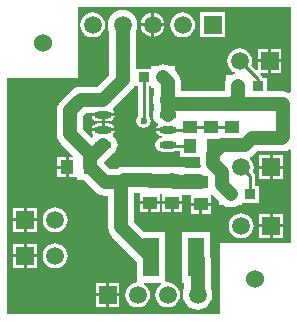
<source format=gbl>
G04 Layer_Physical_Order=2*
G04 Layer_Color=16711680*
%FSLAX25Y25*%
%MOIN*%
G70*
G01*
G75*
%ADD12C,0.01000*%
%ADD13C,0.04724*%
%ADD14C,0.05905*%
%ADD15R,0.05905X0.05905*%
%ADD16C,0.06000*%
%ADD17C,0.02362*%
%ADD18R,0.03799X0.03347*%
%ADD19R,0.04488X0.04724*%
%ADD20R,0.05512X0.12992*%
%ADD21R,0.04724X0.04488*%
%ADD22O,0.05709X0.02362*%
G36*
X94488Y74132D02*
X93988Y73864D01*
X93130Y74219D01*
X92000Y74368D01*
X86577D01*
Y78854D01*
X85140D01*
X85080Y79160D01*
X84708Y79716D01*
X84339Y80085D01*
X84530Y80547D01*
X87000D01*
Y84000D01*
X83547D01*
Y81530D01*
X83085Y81339D01*
X81374Y83050D01*
X81527Y83421D01*
X81669Y84500D01*
X81527Y85579D01*
X81111Y86585D01*
X80448Y87448D01*
X79585Y88111D01*
X78579Y88527D01*
X77500Y88670D01*
X76421Y88527D01*
X75415Y88111D01*
X74552Y87448D01*
X73889Y86585D01*
X73473Y85579D01*
X73330Y84500D01*
X73473Y83421D01*
X73889Y82415D01*
X74552Y81552D01*
X75415Y80889D01*
X75828Y80718D01*
X75853Y80417D01*
X75798Y80190D01*
X74816Y79783D01*
X74632Y79642D01*
X73132D01*
Y77978D01*
X72781Y77131D01*
X72632Y76000D01*
Y74368D01*
X57868D01*
Y77500D01*
X57719Y78631D01*
X57283Y79684D01*
X56589Y80589D01*
X55868Y81309D01*
Y82642D01*
X54368D01*
X54184Y82783D01*
X53131Y83219D01*
X52000Y83368D01*
X50870Y83219D01*
X49816Y82783D01*
X49632Y82642D01*
X48132D01*
Y81854D01*
X42868D01*
Y94186D01*
X43295Y95215D01*
X43464Y96500D01*
X43295Y97785D01*
X42799Y98982D01*
X42010Y100010D01*
X40982Y100799D01*
X39785Y101295D01*
X38500Y101464D01*
X37215Y101295D01*
X36018Y100799D01*
X34990Y100010D01*
X34201Y98982D01*
X33705Y97785D01*
X33536Y96500D01*
X33705Y95215D01*
X34132Y94186D01*
Y79766D01*
X30234Y75868D01*
X24500D01*
X23370Y75719D01*
X22316Y75283D01*
X21411Y74589D01*
X17911Y71089D01*
X17217Y70184D01*
X16781Y69130D01*
X16632Y68000D01*
Y60000D01*
X16781Y58869D01*
X17217Y57816D01*
X17911Y56911D01*
X21998Y52824D01*
X21807Y52362D01*
X20500D01*
Y49000D01*
Y45638D01*
X23244D01*
X23307Y45164D01*
Y44669D01*
X25673D01*
X29470Y40872D01*
X30375Y40178D01*
X31429Y39741D01*
X32559Y39593D01*
X33671D01*
Y29000D01*
X33820Y27869D01*
X34257Y26816D01*
X34951Y25911D01*
X43315Y17547D01*
Y10645D01*
X42421Y10527D01*
X41415Y10111D01*
X40552Y9448D01*
X39889Y8585D01*
X39473Y7579D01*
X39331Y6500D01*
X39473Y5421D01*
X39889Y4415D01*
X40552Y3552D01*
X41415Y2889D01*
X42421Y2473D01*
X43500Y2331D01*
X44579Y2473D01*
X45585Y2889D01*
X46448Y3552D01*
X47111Y4415D01*
X47527Y5421D01*
X47670Y6500D01*
X47527Y7579D01*
X47111Y8585D01*
X46448Y9448D01*
X45683Y10035D01*
X45768Y10451D01*
X45814Y10535D01*
X51187D01*
X51232Y10451D01*
X51317Y10035D01*
X50552Y9448D01*
X49889Y8585D01*
X49473Y7579D01*
X49330Y6500D01*
X49473Y5421D01*
X49889Y4415D01*
X50552Y3552D01*
X51415Y2889D01*
X52421Y2473D01*
X53500Y2331D01*
X54579Y2473D01*
X55585Y2889D01*
X56448Y3552D01*
X57111Y4415D01*
X57527Y5421D01*
X57670Y6500D01*
X57527Y7579D01*
X57111Y8585D01*
X56448Y9448D01*
X55585Y10111D01*
X54579Y10527D01*
X53500Y10669D01*
X53140Y10622D01*
X52764Y10952D01*
Y27465D01*
X45752D01*
X42407Y30809D01*
Y40392D01*
X44138D01*
Y37740D01*
X50862D01*
Y40152D01*
X51638D01*
Y37740D01*
X58362D01*
Y39892D01*
X61138D01*
Y37240D01*
X67862D01*
Y39935D01*
X68362Y39980D01*
X68413Y39913D01*
X70636Y37691D01*
Y36358D01*
X72136D01*
X72320Y36217D01*
X73373Y35781D01*
X74504Y35632D01*
X75634Y35781D01*
X76688Y36217D01*
X76872Y36358D01*
X78372D01*
Y37146D01*
X84081D01*
Y42854D01*
X82714D01*
Y46000D01*
X82584Y46656D01*
X82212Y47212D01*
X81874Y47550D01*
X82027Y47921D01*
X82170Y49000D01*
X82027Y50079D01*
X81611Y51085D01*
X81037Y51832D01*
X81095Y52397D01*
X81554Y52587D01*
X82459Y53281D01*
X83511Y54334D01*
X91702D01*
X92832Y54483D01*
X93886Y54919D01*
X94040Y55037D01*
X94488Y54816D01*
Y23622D01*
X70866D01*
Y0D01*
X0D01*
Y78740D01*
X23622D01*
Y102362D01*
X94488D01*
Y74132D01*
D02*
G37*
G36*
X48132Y75358D02*
X49132D01*
Y73162D01*
X49076Y73088D01*
X48758Y72322D01*
X48650Y71500D01*
X48758Y70678D01*
X49076Y69912D01*
X49132Y69838D01*
Y68162D01*
X49076Y68088D01*
X48758Y67322D01*
X48650Y66500D01*
X48758Y65678D01*
X49076Y64912D01*
X49580Y64254D01*
X50029Y63909D01*
X50225Y63654D01*
X50254Y63073D01*
X49772Y62351D01*
X49702Y62000D01*
X53500D01*
Y61000D01*
X49702D01*
X49772Y60649D01*
X50254Y59927D01*
X50976Y59446D01*
X51470Y59347D01*
Y58837D01*
X50905Y58725D01*
X50124Y58203D01*
X49602Y57422D01*
X49418Y56500D01*
X49602Y55578D01*
X50124Y54797D01*
X50905Y54275D01*
X51827Y54092D01*
X55173D01*
X56095Y54275D01*
X56112Y54286D01*
X57575D01*
Y52457D01*
X64307D01*
Y51669D01*
X64392D01*
Y50110D01*
X64495Y49327D01*
X64065Y48879D01*
X64000Y48888D01*
X59500D01*
X59437Y48879D01*
X59331Y48972D01*
Y48972D01*
X56147D01*
X56130Y48979D01*
X55000Y49128D01*
X53869Y48979D01*
X53853Y48972D01*
X48647D01*
X48630Y48979D01*
X47500Y49128D01*
X38839D01*
X37708Y48979D01*
X36655Y48543D01*
X36376Y48329D01*
X34368D01*
X32209Y50488D01*
X35132Y53411D01*
X35514Y53909D01*
X35963Y54254D01*
X36468Y54912D01*
X36785Y55678D01*
X36893Y56500D01*
X36785Y57322D01*
X36468Y58088D01*
X35963Y58746D01*
X35514Y59091D01*
X35318Y59346D01*
X35289Y59927D01*
X35771Y60649D01*
X35841Y61000D01*
X32043D01*
X28246D01*
X28315Y60649D01*
X28798Y59927D01*
X28734Y59368D01*
X28272Y58906D01*
X25368Y61809D01*
Y66191D01*
X26309Y67132D01*
X27878D01*
X27986Y67000D01*
X32043D01*
X35841D01*
X35771Y67351D01*
X35289Y68072D01*
X35352Y68632D01*
X41589Y74868D01*
X42283Y75773D01*
X42437Y76146D01*
X43786D01*
Y66187D01*
X43275Y65422D01*
X43091Y64500D01*
X43275Y63578D01*
X43797Y62797D01*
X44578Y62275D01*
X45500Y62091D01*
X46422Y62275D01*
X47203Y62797D01*
X47725Y63578D01*
X47908Y64500D01*
X47725Y65422D01*
X47214Y66187D01*
Y76146D01*
X48132D01*
Y75358D01*
D02*
G37*
%LPC*%
G36*
X5500Y31000D02*
X2047D01*
Y27547D01*
X5500D01*
Y31000D01*
D02*
G37*
G36*
X9953D02*
X6500D01*
Y27547D01*
X9953D01*
Y31000D01*
D02*
G37*
G36*
X91953Y29000D02*
X88500D01*
Y25547D01*
X91953D01*
Y29000D01*
D02*
G37*
G36*
X16000Y35669D02*
X14921Y35527D01*
X13915Y35111D01*
X13052Y34448D01*
X12389Y33585D01*
X11972Y32579D01*
X11830Y31500D01*
X11972Y30421D01*
X12389Y29415D01*
X13052Y28552D01*
X13915Y27889D01*
X14921Y27473D01*
X16000Y27330D01*
X17079Y27473D01*
X18085Y27889D01*
X18948Y28552D01*
X19611Y29415D01*
X20027Y30421D01*
X20169Y31500D01*
X20027Y32579D01*
X19611Y33585D01*
X18948Y34448D01*
X18085Y35111D01*
X17079Y35527D01*
X16000Y35669D01*
D02*
G37*
G36*
X87500Y33453D02*
X84047D01*
Y30000D01*
X87500D01*
Y33453D01*
D02*
G37*
G36*
X64000Y36240D02*
X61138D01*
Y33496D01*
X64000D01*
Y36240D01*
D02*
G37*
G36*
X67862D02*
X65000D01*
Y33496D01*
X67862D01*
Y36240D01*
D02*
G37*
G36*
X47000Y36740D02*
X44138D01*
Y33996D01*
X47000D01*
Y36740D01*
D02*
G37*
G36*
X91953Y33453D02*
X88500D01*
Y30000D01*
X91953D01*
Y33453D01*
D02*
G37*
G36*
X5500Y35453D02*
X2047D01*
Y32000D01*
X5500D01*
Y35453D01*
D02*
G37*
G36*
X9953D02*
X6500D01*
Y32000D01*
X9953D01*
Y35453D01*
D02*
G37*
G36*
X33000Y10453D02*
X29547D01*
Y7000D01*
X33000D01*
Y10453D01*
D02*
G37*
G36*
X37453D02*
X34000D01*
Y7000D01*
X37453D01*
Y10453D01*
D02*
G37*
G36*
X16000Y23670D02*
X14921Y23527D01*
X13915Y23111D01*
X13052Y22448D01*
X12389Y21585D01*
X11972Y20579D01*
X11830Y19500D01*
X11972Y18421D01*
X12389Y17415D01*
X13052Y16552D01*
X13915Y15889D01*
X14921Y15473D01*
X16000Y15330D01*
X17079Y15473D01*
X18085Y15889D01*
X18948Y16552D01*
X19611Y17415D01*
X20027Y18421D01*
X20169Y19500D01*
X20027Y20579D01*
X19611Y21585D01*
X18948Y22448D01*
X18085Y23111D01*
X17079Y23527D01*
X16000Y23670D01*
D02*
G37*
G36*
X67724Y27465D02*
X58276D01*
Y10535D01*
X59132D01*
Y8814D01*
X58705Y7785D01*
X58536Y6500D01*
X58705Y5215D01*
X59201Y4018D01*
X59990Y2990D01*
X61018Y2201D01*
X62215Y1705D01*
X63500Y1536D01*
X64785Y1705D01*
X65982Y2201D01*
X67010Y2990D01*
X67799Y4018D01*
X68295Y5215D01*
X68464Y6500D01*
X68295Y7785D01*
X67868Y8814D01*
Y18500D01*
X67724Y19591D01*
Y27465D01*
D02*
G37*
G36*
X33000Y6000D02*
X29547D01*
Y2547D01*
X33000D01*
Y6000D01*
D02*
G37*
G36*
X37453D02*
X34000D01*
Y2547D01*
X37453D01*
Y6000D01*
D02*
G37*
G36*
X9953Y23453D02*
X6500D01*
Y20000D01*
X9953D01*
Y23453D01*
D02*
G37*
G36*
X78000Y33669D02*
X76921Y33527D01*
X75915Y33111D01*
X75052Y32448D01*
X74389Y31585D01*
X73973Y30579D01*
X73830Y29500D01*
X73973Y28421D01*
X74389Y27415D01*
X75052Y26552D01*
X75915Y25889D01*
X76921Y25473D01*
X78000Y25330D01*
X79079Y25473D01*
X80085Y25889D01*
X80948Y26552D01*
X81611Y27415D01*
X82027Y28421D01*
X82170Y29500D01*
X82027Y30579D01*
X81611Y31585D01*
X80948Y32448D01*
X80085Y33111D01*
X79079Y33527D01*
X78000Y33669D01*
D02*
G37*
G36*
X87500Y29000D02*
X84047D01*
Y25547D01*
X87500D01*
Y29000D01*
D02*
G37*
G36*
X5500Y19000D02*
X2047D01*
Y15547D01*
X5500D01*
Y19000D01*
D02*
G37*
G36*
X9953D02*
X6500D01*
Y15547D01*
X9953D01*
Y19000D01*
D02*
G37*
G36*
X5500Y23453D02*
X2047D01*
Y20000D01*
X5500D01*
Y23453D01*
D02*
G37*
G36*
X91453Y88453D02*
X88000D01*
Y85000D01*
X91453D01*
Y88453D01*
D02*
G37*
G36*
X28500Y100670D02*
X27421Y100527D01*
X26415Y100111D01*
X25552Y99448D01*
X24889Y98585D01*
X24473Y97579D01*
X24330Y96500D01*
X24473Y95421D01*
X24889Y94415D01*
X25552Y93552D01*
X26415Y92889D01*
X27421Y92473D01*
X28500Y92330D01*
X29579Y92473D01*
X30585Y92889D01*
X31448Y93552D01*
X32111Y94415D01*
X32527Y95421D01*
X32669Y96500D01*
X32527Y97579D01*
X32111Y98585D01*
X31448Y99448D01*
X30585Y100111D01*
X29579Y100527D01*
X28500Y100670D01*
D02*
G37*
G36*
X87000Y88453D02*
X83547D01*
Y85000D01*
X87000D01*
Y88453D01*
D02*
G37*
G36*
X91453Y84000D02*
X88000D01*
Y80547D01*
X91453D01*
Y84000D01*
D02*
G37*
G36*
X58500Y100670D02*
X57421Y100527D01*
X56415Y100111D01*
X55552Y99448D01*
X54889Y98585D01*
X54473Y97579D01*
X54330Y96500D01*
X54473Y95421D01*
X54889Y94415D01*
X55552Y93552D01*
X56415Y92889D01*
X57421Y92473D01*
X58500Y92330D01*
X59579Y92473D01*
X60585Y92889D01*
X61448Y93552D01*
X62111Y94415D01*
X62527Y95421D01*
X62669Y96500D01*
X62527Y97579D01*
X62111Y98585D01*
X61448Y99448D01*
X60585Y100111D01*
X59579Y100527D01*
X58500Y100670D01*
D02*
G37*
G36*
X48000Y100421D02*
X47468Y100351D01*
X46507Y99953D01*
X45681Y99319D01*
X45047Y98493D01*
X44649Y97532D01*
X44579Y97000D01*
X48000D01*
Y100421D01*
D02*
G37*
G36*
X49000D02*
Y97000D01*
X52421D01*
X52351Y97532D01*
X51953Y98493D01*
X51319Y99319D01*
X50493Y99953D01*
X49532Y100351D01*
X49000Y100421D01*
D02*
G37*
G36*
X52421Y96000D02*
X49000D01*
Y92579D01*
X49532Y92649D01*
X50493Y93047D01*
X51319Y93681D01*
X51953Y94507D01*
X52351Y95468D01*
X52421Y96000D01*
D02*
G37*
G36*
X72634Y100634D02*
X64366D01*
Y92366D01*
X72634D01*
Y100634D01*
D02*
G37*
G36*
X48000Y96000D02*
X44579D01*
X44649Y95468D01*
X45047Y94507D01*
X45681Y93681D01*
X46507Y93047D01*
X47468Y92649D01*
X48000Y92579D01*
Y96000D01*
D02*
G37*
G36*
X87500Y48500D02*
X84047D01*
Y45047D01*
X87500D01*
Y48500D01*
D02*
G37*
G36*
X91953D02*
X88500D01*
Y45047D01*
X91953D01*
Y48500D01*
D02*
G37*
G36*
X58362Y36740D02*
X55500D01*
Y33996D01*
X58362D01*
Y36740D01*
D02*
G37*
G36*
X50862D02*
X48000D01*
Y33996D01*
X50862D01*
Y36740D01*
D02*
G37*
G36*
X54500D02*
X51638D01*
Y33996D01*
X54500D01*
Y36740D01*
D02*
G37*
G36*
X19500Y48500D02*
X16756D01*
Y45638D01*
X19500D01*
Y48500D01*
D02*
G37*
G36*
X91953Y52953D02*
X88500D01*
Y49500D01*
X91953D01*
Y52953D01*
D02*
G37*
G36*
X87500D02*
X84047D01*
Y49500D01*
X87500D01*
Y52953D01*
D02*
G37*
G36*
X19500Y52362D02*
X16756D01*
Y49500D01*
X19500D01*
Y52362D01*
D02*
G37*
G36*
X35841Y66000D02*
X32543D01*
Y64276D01*
X33716D01*
X34568Y64446D01*
X35289Y64928D01*
X35771Y65649D01*
X35841Y66000D01*
D02*
G37*
G36*
X31543D02*
X28246D01*
X28315Y65649D01*
X28798Y64928D01*
X29519Y64446D01*
X30370Y64276D01*
X31543D01*
Y66000D01*
D02*
G37*
G36*
Y63724D02*
X30370D01*
X29519Y63555D01*
X28798Y63073D01*
X28315Y62351D01*
X28246Y62000D01*
X31543D01*
Y63724D01*
D02*
G37*
G36*
X33716D02*
X32543D01*
Y62000D01*
X35841D01*
X35771Y62351D01*
X35289Y63073D01*
X34568Y63555D01*
X33716Y63724D01*
D02*
G37*
%LPD*%
D12*
X78000Y49000D02*
X81000Y46000D01*
X45500Y78996D02*
X45504Y79000D01*
X45500Y64500D02*
Y78996D01*
X53500Y56500D02*
X54000Y56000D01*
X61000D01*
X68000Y62480D02*
X75000D01*
X61000D02*
X68000D01*
X60020Y61500D02*
X61000Y62480D01*
X53500Y61500D02*
X60020D01*
X77500Y84500D02*
X83496Y78504D01*
Y76000D02*
Y78504D01*
X81000Y40000D02*
Y46000D01*
D13*
X55500Y44260D02*
X64500D01*
X47740Y44520D02*
X55240D01*
X68760Y53500D02*
X70362Y55102D01*
X71502Y43002D02*
Y47368D01*
X68760Y50110D02*
X71502Y47368D01*
X55240Y44520D02*
X55500Y44260D01*
X55000Y44760D02*
X55240Y44520D01*
X60000D02*
X64000D01*
X59500D02*
X60000D01*
X71502Y43002D02*
X74504Y40000D01*
X53500Y71500D02*
X55000Y70000D01*
X61000D01*
X53500Y66500D02*
Y71500D01*
X52000Y79000D02*
X53500Y77500D01*
Y71500D02*
Y77500D01*
X70362Y55102D02*
Y55102D01*
X71630Y56370D01*
X79370D01*
X81702Y58702D01*
X92000Y59000D02*
Y70000D01*
X91702Y58702D02*
X92000Y59000D01*
X81702Y58702D02*
X91702D01*
X75000Y70000D02*
X92000D01*
X77000Y72000D02*
Y76000D01*
X75000Y70000D02*
X77000Y72000D01*
X61000Y70000D02*
X68000D01*
X75000D01*
X38500Y77957D02*
Y96500D01*
X63500Y6500D02*
Y18500D01*
X63000Y19000D02*
X63500Y18500D01*
X38039Y29000D02*
X48039Y19000D01*
X38039Y29000D02*
Y43961D01*
X32559D02*
X38039D01*
X27520Y49000D02*
X32559Y43961D01*
X27520Y51976D02*
X32043Y56500D01*
X21000Y60000D02*
X27520Y53480D01*
X21000Y60000D02*
Y68000D01*
X24500Y71500D01*
X32043D01*
X27520Y49000D02*
Y51976D01*
Y53480D01*
X32043Y71500D02*
X38500Y77957D01*
X38039Y43961D02*
X38839Y44760D01*
X47500D01*
X47740Y44520D01*
X68760Y50110D02*
Y53500D01*
D14*
X78000Y29500D02*
D03*
Y49000D02*
D03*
X43500Y6500D02*
D03*
X53500D02*
D03*
X63500D02*
D03*
X16000Y31500D02*
D03*
Y19500D02*
D03*
X58500Y96500D02*
D03*
X48500D02*
D03*
X38500D02*
D03*
X28500D02*
D03*
X77500Y84500D02*
D03*
D15*
X88000Y29500D02*
D03*
Y49000D02*
D03*
X33500Y6500D02*
D03*
X6000Y31500D02*
D03*
Y19500D02*
D03*
X68500Y96500D02*
D03*
X87500Y84500D02*
D03*
D16*
X11811Y90551D02*
D03*
X82677Y11811D02*
D03*
D17*
X90000Y97000D02*
D03*
X87000Y91000D02*
D03*
Y43000D02*
D03*
X90000Y37000D02*
D03*
X84000Y97000D02*
D03*
X81000Y91000D02*
D03*
X78000Y97000D02*
D03*
X75000Y91000D02*
D03*
X72000Y25000D02*
D03*
X57000Y91000D02*
D03*
Y31000D02*
D03*
Y19000D02*
D03*
X51000Y91000D02*
D03*
X54000Y85000D02*
D03*
X51000Y31000D02*
D03*
X54000Y25000D02*
D03*
Y13000D02*
D03*
X45000Y91000D02*
D03*
X48000Y85000D02*
D03*
Y61000D02*
D03*
X45000Y55000D02*
D03*
Y31000D02*
D03*
X42000Y73000D02*
D03*
Y61000D02*
D03*
X39000Y55000D02*
D03*
Y19000D02*
D03*
X42000Y13000D02*
D03*
X30000D02*
D03*
X27000Y7000D02*
D03*
X21000Y43000D02*
D03*
X24000Y13000D02*
D03*
X21000Y7000D02*
D03*
X15000Y43000D02*
D03*
X18000Y37000D02*
D03*
Y25000D02*
D03*
Y13000D02*
D03*
X15000Y7000D02*
D03*
X12000Y73000D02*
D03*
X9000Y67000D02*
D03*
Y55000D02*
D03*
X12000Y49000D02*
D03*
X9000Y43000D02*
D03*
X12000Y37000D02*
D03*
Y25000D02*
D03*
Y13000D02*
D03*
X9000Y7000D02*
D03*
X6000Y73000D02*
D03*
X3000Y67000D02*
D03*
X6000Y61000D02*
D03*
X3000Y55000D02*
D03*
X6000Y49000D02*
D03*
X3000Y43000D02*
D03*
X6000Y37000D02*
D03*
Y25000D02*
D03*
Y13000D02*
D03*
X3000Y7000D02*
D03*
X60000Y44520D02*
D03*
X45500Y64500D02*
D03*
D18*
X83496Y76000D02*
D03*
X77000D02*
D03*
X81000Y40000D02*
D03*
X74504D02*
D03*
X45504Y79000D02*
D03*
X52000D02*
D03*
D19*
X20000Y49000D02*
D03*
X27520D02*
D03*
X61000Y56000D02*
D03*
X68520D02*
D03*
D20*
X48039Y19000D02*
D03*
X63000D02*
D03*
D21*
X61000Y62480D02*
D03*
Y70000D02*
D03*
X68000Y62480D02*
D03*
Y70000D02*
D03*
X47500Y37240D02*
D03*
Y44760D02*
D03*
X55000Y37240D02*
D03*
Y44760D02*
D03*
X64500Y36740D02*
D03*
Y44260D02*
D03*
X75000Y62480D02*
D03*
Y70000D02*
D03*
D22*
X32043Y56500D02*
D03*
Y61500D02*
D03*
Y66500D02*
D03*
Y71500D02*
D03*
X53500Y56500D02*
D03*
Y61500D02*
D03*
Y66500D02*
D03*
Y71500D02*
D03*
M02*

</source>
